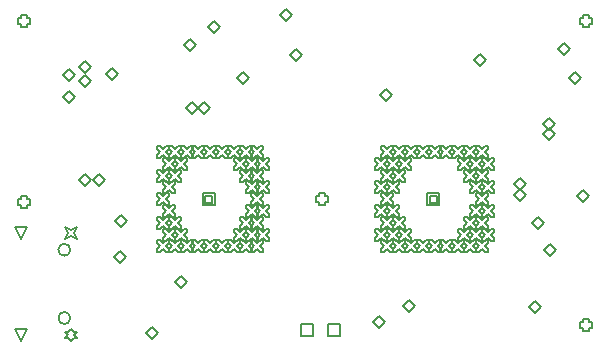
<source format=gbr>
G04*
G04 #@! TF.GenerationSoftware,Altium Limited,Altium Designer,25.2.1 (25)*
G04*
G04 Layer_Color=2752767*
%FSLAX25Y25*%
%MOIN*%
G70*
G04*
G04 #@! TF.SameCoordinates,44C634AB-46FA-46F5-9040-7CAB15AB579A*
G04*
G04*
G04 #@! TF.FilePolarity,Positive*
G04*
G01*
G75*
%ADD81C,0.00500*%
%ADD82C,0.00667*%
D81*
X86368Y-87099D02*
Y-83099D01*
X90368D01*
Y-87099D01*
X86368D01*
X77313D02*
Y-83099D01*
X81313D01*
Y-87099D01*
X77313D01*
X-15916Y-54715D02*
X-17916Y-50715D01*
X-13916D01*
X-15916Y-54715D01*
X-1459D02*
X-459Y-52715D01*
X-1459Y-50715D01*
X541Y-51715D01*
X2541Y-50715D01*
X1541Y-52715D01*
X2541Y-54715D01*
X541Y-53715D01*
X-1459Y-54715D01*
X541Y-88731D02*
X1541Y-87731D01*
X2541D01*
X1541Y-86731D01*
X2541Y-85731D01*
X1541D01*
X541Y-84731D01*
X-459Y-85731D01*
X-1459D01*
X-459Y-86731D01*
X-1459Y-87731D01*
X-459D01*
X541Y-88731D01*
X-15916D02*
X-17916Y-84731D01*
X-13916D01*
X-15916Y-88731D01*
X119402Y-43500D02*
Y-39500D01*
X123402D01*
Y-43500D01*
X119402D01*
X120202Y-42700D02*
Y-40300D01*
X122602D01*
Y-42700D01*
X120202D01*
X44598Y-43500D02*
Y-39500D01*
X48598D01*
Y-43500D01*
X44598D01*
X45398Y-42700D02*
Y-40300D01*
X47798D01*
Y-42700D01*
X45398D01*
X171500Y-84500D02*
Y-85500D01*
X173500D01*
Y-84500D01*
X174500D01*
Y-82500D01*
X173500D01*
Y-81500D01*
X171500D01*
Y-82500D01*
X170500D01*
Y-84500D01*
X171500D01*
Y17000D02*
Y16000D01*
X173500D01*
Y17000D01*
X174500D01*
Y19000D01*
X173500D01*
Y20000D01*
X171500D01*
Y19000D01*
X170500D01*
Y17000D01*
X171500D01*
X-16000Y-43500D02*
Y-44500D01*
X-14000D01*
Y-43500D01*
X-13000D01*
Y-41500D01*
X-14000D01*
Y-40500D01*
X-16000D01*
Y-41500D01*
X-17000D01*
Y-43500D01*
X-16000D01*
X83500Y-42500D02*
Y-43500D01*
X85500D01*
Y-42500D01*
X86500D01*
Y-40500D01*
X85500D01*
Y-39500D01*
X83500D01*
Y-40500D01*
X82500D01*
Y-42500D01*
X83500D01*
X-16000Y17000D02*
Y16000D01*
X-14000D01*
Y17000D01*
X-13000D01*
Y19000D01*
X-14000D01*
Y20000D01*
X-16000D01*
Y19000D01*
X-17000D01*
Y17000D01*
X-16000D01*
X12263Y270D02*
X14263Y2270D01*
X16263Y270D01*
X14263Y-1730D01*
X12263Y270D01*
X73562Y6409D02*
X75562Y8409D01*
X77562Y6409D01*
X75562Y4409D01*
X73562Y6409D01*
X43000Y-11000D02*
X45000Y-9000D01*
X47000Y-11000D01*
X45000Y-13000D01*
X43000Y-11000D01*
X35500Y-69000D02*
X37500Y-67000D01*
X39500Y-69000D01*
X37500Y-71000D01*
X35500Y-69000D01*
X163000Y8500D02*
X165000Y10500D01*
X167000Y8500D01*
X165000Y6500D01*
X163000Y8500D01*
X46500Y15819D02*
X48500Y17819D01*
X50500Y15819D01*
X48500Y13819D01*
X46500Y15819D01*
X14842Y-60658D02*
X16842Y-58657D01*
X18843Y-60658D01*
X16842Y-62657D01*
X14842Y-60658D01*
X39000Y-11000D02*
X41000Y-9000D01*
X43000Y-11000D01*
X41000Y-13000D01*
X39000Y-11000D01*
X29335Y-59220D02*
X30335D01*
X31335Y-58220D01*
X32335Y-59220D01*
X33335D01*
Y-58220D01*
X32335Y-57220D01*
X33335Y-56220D01*
Y-55220D01*
X32335D01*
X31335Y-56220D01*
X30335Y-55220D01*
X29335D01*
Y-56220D01*
X30335Y-57220D01*
X29335Y-58220D01*
Y-59220D01*
X31303Y-55283D02*
X32303D01*
X33303Y-54283D01*
X34303Y-55283D01*
X35303D01*
Y-54283D01*
X34303Y-53283D01*
X35303Y-52283D01*
Y-51283D01*
X34303D01*
X33303Y-52283D01*
X32303Y-51283D01*
X31303D01*
Y-52283D01*
X32303Y-53283D01*
X31303Y-54283D01*
Y-55283D01*
X29335Y-51346D02*
X30335D01*
X31335Y-50346D01*
X32335Y-51346D01*
X33335D01*
Y-50346D01*
X32335Y-49346D01*
X33335Y-48346D01*
Y-47346D01*
X32335D01*
X31335Y-48346D01*
X30335Y-47346D01*
X29335D01*
Y-48346D01*
X30335Y-49346D01*
X29335Y-50346D01*
Y-51346D01*
X31303Y-47409D02*
X32303D01*
X33303Y-46409D01*
X34303Y-47409D01*
X35303D01*
Y-46409D01*
X34303Y-45409D01*
X35303Y-44409D01*
Y-43409D01*
X34303D01*
X33303Y-44409D01*
X32303Y-43409D01*
X31303D01*
Y-44409D01*
X32303Y-45409D01*
X31303Y-46409D01*
Y-47409D01*
X29335Y-43472D02*
X30335D01*
X31335Y-42472D01*
X32335Y-43472D01*
X33335D01*
Y-42472D01*
X32335Y-41472D01*
X33335Y-40472D01*
Y-39472D01*
X32335D01*
X31335Y-40472D01*
X30335Y-39472D01*
X29335D01*
Y-40472D01*
X30335Y-41472D01*
X29335Y-42472D01*
Y-43472D01*
X31303Y-39535D02*
X32303D01*
X33303Y-38535D01*
X34303Y-39535D01*
X35303D01*
Y-38535D01*
X34303Y-37535D01*
X35303Y-36535D01*
Y-35535D01*
X34303D01*
X33303Y-36535D01*
X32303Y-35535D01*
X31303D01*
Y-36535D01*
X32303Y-37535D01*
X31303Y-38535D01*
Y-39535D01*
X29335Y-35598D02*
X30335D01*
X31335Y-34598D01*
X32335Y-35598D01*
X33335D01*
Y-34598D01*
X32335Y-33598D01*
X33335Y-32598D01*
Y-31598D01*
X32335D01*
X31335Y-32598D01*
X30335Y-31598D01*
X29335D01*
Y-32598D01*
X30335Y-33598D01*
X29335Y-34598D01*
Y-35598D01*
X31303Y-31661D02*
X32303D01*
X33303Y-30661D01*
X34303Y-31661D01*
X35303D01*
Y-30661D01*
X34303Y-29661D01*
X35303Y-28661D01*
Y-27661D01*
X34303D01*
X33303Y-28661D01*
X32303Y-27661D01*
X31303D01*
Y-28661D01*
X32303Y-29661D01*
X31303Y-30661D01*
Y-31661D01*
X29335Y-27724D02*
X30335D01*
X31335Y-26724D01*
X32335Y-27724D01*
X33335D01*
Y-26724D01*
X32335Y-25724D01*
X33335Y-24724D01*
Y-23724D01*
X32335D01*
X31335Y-24724D01*
X30335Y-23724D01*
X29335D01*
Y-24724D01*
X30335Y-25724D01*
X29335Y-26724D01*
Y-27724D01*
X33272Y-59220D02*
X34272D01*
X35272Y-58220D01*
X36272Y-59220D01*
X37272D01*
Y-58220D01*
X36272Y-57220D01*
X37272Y-56220D01*
Y-55220D01*
X36272D01*
X35272Y-56220D01*
X34272Y-55220D01*
X33272D01*
Y-56220D01*
X34272Y-57220D01*
X33272Y-58220D01*
Y-59220D01*
X35240Y-55283D02*
X36240D01*
X37240Y-54283D01*
X38240Y-55283D01*
X39240D01*
Y-54283D01*
X38240Y-53283D01*
X39240Y-52283D01*
Y-51283D01*
X38240D01*
X37240Y-52283D01*
X36240Y-51283D01*
X35240D01*
Y-52283D01*
X36240Y-53283D01*
X35240Y-54283D01*
Y-55283D01*
X33272Y-51346D02*
X34272D01*
X35272Y-50346D01*
X36272Y-51346D01*
X37272D01*
Y-50346D01*
X36272Y-49346D01*
X37272Y-48346D01*
Y-47346D01*
X36272D01*
X35272Y-48346D01*
X34272Y-47346D01*
X33272D01*
Y-48346D01*
X34272Y-49346D01*
X33272Y-50346D01*
Y-51346D01*
Y-35598D02*
X34272D01*
X35272Y-34598D01*
X36272Y-35598D01*
X37272D01*
Y-34598D01*
X36272Y-33598D01*
X37272Y-32598D01*
Y-31598D01*
X36272D01*
X35272Y-32598D01*
X34272Y-31598D01*
X33272D01*
Y-32598D01*
X34272Y-33598D01*
X33272Y-34598D01*
Y-35598D01*
X35240Y-31661D02*
X36240D01*
X37240Y-30661D01*
X38240Y-31661D01*
X39240D01*
Y-30661D01*
X38240Y-29661D01*
X39240Y-28661D01*
Y-27661D01*
X38240D01*
X37240Y-28661D01*
X36240Y-27661D01*
X35240D01*
Y-28661D01*
X36240Y-29661D01*
X35240Y-30661D01*
Y-31661D01*
X33272Y-27724D02*
X34272D01*
X35272Y-26724D01*
X36272Y-27724D01*
X37272D01*
Y-26724D01*
X36272Y-25724D01*
X37272Y-24724D01*
Y-23724D01*
X36272D01*
X35272Y-24724D01*
X34272Y-23724D01*
X33272D01*
Y-24724D01*
X34272Y-25724D01*
X33272Y-26724D01*
Y-27724D01*
X37209Y-59220D02*
X38209D01*
X39209Y-58220D01*
X40209Y-59220D01*
X41209D01*
Y-58220D01*
X40209Y-57220D01*
X41209Y-56220D01*
Y-55220D01*
X40209D01*
X39209Y-56220D01*
X38209Y-55220D01*
X37209D01*
Y-56220D01*
X38209Y-57220D01*
X37209Y-58220D01*
Y-59220D01*
Y-27724D02*
X38209D01*
X39209Y-26724D01*
X40209Y-27724D01*
X41209D01*
Y-26724D01*
X40209Y-25724D01*
X41209Y-24724D01*
Y-23724D01*
X40209D01*
X39209Y-24724D01*
X38209Y-23724D01*
X37209D01*
Y-24724D01*
X38209Y-25724D01*
X37209Y-26724D01*
Y-27724D01*
X41146Y-59220D02*
X42146D01*
X43146Y-58220D01*
X44146Y-59220D01*
X45146D01*
Y-58220D01*
X44146Y-57220D01*
X45146Y-56220D01*
Y-55220D01*
X44146D01*
X43146Y-56220D01*
X42146Y-55220D01*
X41146D01*
Y-56220D01*
X42146Y-57220D01*
X41146Y-58220D01*
Y-59220D01*
Y-27724D02*
X42146D01*
X43146Y-26724D01*
X44146Y-27724D01*
X45146D01*
Y-26724D01*
X44146Y-25724D01*
X45146Y-24724D01*
Y-23724D01*
X44146D01*
X43146Y-24724D01*
X42146Y-23724D01*
X41146D01*
Y-24724D01*
X42146Y-25724D01*
X41146Y-26724D01*
Y-27724D01*
X45083Y-59220D02*
X46083D01*
X47083Y-58220D01*
X48083Y-59220D01*
X49083D01*
Y-58220D01*
X48083Y-57220D01*
X49083Y-56220D01*
Y-55220D01*
X48083D01*
X47083Y-56220D01*
X46083Y-55220D01*
X45083D01*
Y-56220D01*
X46083Y-57220D01*
X45083Y-58220D01*
Y-59220D01*
Y-27724D02*
X46083D01*
X47083Y-26724D01*
X48083Y-27724D01*
X49083D01*
Y-26724D01*
X48083Y-25724D01*
X49083Y-24724D01*
Y-23724D01*
X48083D01*
X47083Y-24724D01*
X46083Y-23724D01*
X45083D01*
Y-24724D01*
X46083Y-25724D01*
X45083Y-26724D01*
Y-27724D01*
X49020Y-59220D02*
X50020D01*
X51020Y-58220D01*
X52020Y-59220D01*
X53020D01*
Y-58220D01*
X52020Y-57220D01*
X53020Y-56220D01*
Y-55220D01*
X52020D01*
X51020Y-56220D01*
X50020Y-55220D01*
X49020D01*
Y-56220D01*
X50020Y-57220D01*
X49020Y-58220D01*
Y-59220D01*
Y-27724D02*
X50020D01*
X51020Y-26724D01*
X52020Y-27724D01*
X53020D01*
Y-26724D01*
X52020Y-25724D01*
X53020Y-24724D01*
Y-23724D01*
X52020D01*
X51020Y-24724D01*
X50020Y-23724D01*
X49020D01*
Y-24724D01*
X50020Y-25724D01*
X49020Y-26724D01*
Y-27724D01*
X52957Y-59220D02*
X53957D01*
X54957Y-58220D01*
X55957Y-59220D01*
X56957D01*
Y-58220D01*
X55957Y-57220D01*
X56957Y-56220D01*
Y-55220D01*
X55957D01*
X54957Y-56220D01*
X53957Y-55220D01*
X52957D01*
Y-56220D01*
X53957Y-57220D01*
X52957Y-58220D01*
Y-59220D01*
X54925Y-55283D02*
X55925D01*
X56925Y-54283D01*
X57925Y-55283D01*
X58925D01*
Y-54283D01*
X57925Y-53283D01*
X58925Y-52283D01*
Y-51283D01*
X57925D01*
X56925Y-52283D01*
X55925Y-51283D01*
X54925D01*
Y-52283D01*
X55925Y-53283D01*
X54925Y-54283D01*
Y-55283D01*
Y-31661D02*
X55925D01*
X56925Y-30661D01*
X57925Y-31661D01*
X58925D01*
Y-30661D01*
X57925Y-29661D01*
X58925Y-28661D01*
Y-27661D01*
X57925D01*
X56925Y-28661D01*
X55925Y-27661D01*
X54925D01*
Y-28661D01*
X55925Y-29661D01*
X54925Y-30661D01*
Y-31661D01*
X52957Y-27724D02*
X53957D01*
X54957Y-26724D01*
X55957Y-27724D01*
X56957D01*
Y-26724D01*
X55957Y-25724D01*
X56957Y-24724D01*
Y-23724D01*
X55957D01*
X54957Y-24724D01*
X53957Y-23724D01*
X52957D01*
Y-24724D01*
X53957Y-25724D01*
X52957Y-26724D01*
Y-27724D01*
X56894Y-59220D02*
X57894D01*
X58894Y-58220D01*
X59894Y-59220D01*
X60894D01*
Y-58220D01*
X59894Y-57220D01*
X60894Y-56220D01*
Y-55220D01*
X59894D01*
X58894Y-56220D01*
X57894Y-55220D01*
X56894D01*
Y-56220D01*
X57894Y-57220D01*
X56894Y-58220D01*
Y-59220D01*
X58862Y-55283D02*
X59862D01*
X60862Y-54283D01*
X61862Y-55283D01*
X62862D01*
Y-54283D01*
X61862Y-53283D01*
X62862Y-52283D01*
Y-51283D01*
X61862D01*
X60862Y-52283D01*
X59862Y-51283D01*
X58862D01*
Y-52283D01*
X59862Y-53283D01*
X58862Y-54283D01*
Y-55283D01*
X56894Y-51346D02*
X57894D01*
X58894Y-50346D01*
X59894Y-51346D01*
X60894D01*
Y-50346D01*
X59894Y-49346D01*
X60894Y-48346D01*
Y-47346D01*
X59894D01*
X58894Y-48346D01*
X57894Y-47346D01*
X56894D01*
Y-48346D01*
X57894Y-49346D01*
X56894Y-50346D01*
Y-51346D01*
X58862Y-47409D02*
X59862D01*
X60862Y-46409D01*
X61862Y-47409D01*
X62862D01*
Y-46409D01*
X61862Y-45409D01*
X62862Y-44409D01*
Y-43409D01*
X61862D01*
X60862Y-44409D01*
X59862Y-43409D01*
X58862D01*
Y-44409D01*
X59862Y-45409D01*
X58862Y-46409D01*
Y-47409D01*
Y-39535D02*
X59862D01*
X60862Y-38535D01*
X61862Y-39535D01*
X62862D01*
Y-38535D01*
X61862Y-37535D01*
X62862Y-36535D01*
Y-35535D01*
X61862D01*
X60862Y-36535D01*
X59862Y-35535D01*
X58862D01*
Y-36535D01*
X59862Y-37535D01*
X58862Y-38535D01*
Y-39535D01*
X56894Y-35598D02*
X57894D01*
X58894Y-34598D01*
X59894Y-35598D01*
X60894D01*
Y-34598D01*
X59894Y-33598D01*
X60894Y-32598D01*
Y-31598D01*
X59894D01*
X58894Y-32598D01*
X57894Y-31598D01*
X56894D01*
Y-32598D01*
X57894Y-33598D01*
X56894Y-34598D01*
Y-35598D01*
X58862Y-31661D02*
X59862D01*
X60862Y-30661D01*
X61862Y-31661D01*
X62862D01*
Y-30661D01*
X61862Y-29661D01*
X62862Y-28661D01*
Y-27661D01*
X61862D01*
X60862Y-28661D01*
X59862Y-27661D01*
X58862D01*
Y-28661D01*
X59862Y-29661D01*
X58862Y-30661D01*
Y-31661D01*
X56894Y-27724D02*
X57894D01*
X58894Y-26724D01*
X59894Y-27724D01*
X60894D01*
Y-26724D01*
X59894Y-25724D01*
X60894Y-24724D01*
Y-23724D01*
X59894D01*
X58894Y-24724D01*
X57894Y-23724D01*
X56894D01*
Y-24724D01*
X57894Y-25724D01*
X56894Y-26724D01*
Y-27724D01*
X60831Y-59220D02*
X61831D01*
X62831Y-58220D01*
X63831Y-59220D01*
X64831D01*
Y-58220D01*
X63831Y-57220D01*
X64831Y-56220D01*
Y-55220D01*
X63831D01*
X62831Y-56220D01*
X61831Y-55220D01*
X60831D01*
Y-56220D01*
X61831Y-57220D01*
X60831Y-58220D01*
Y-59220D01*
X62799Y-55283D02*
X63799D01*
X64799Y-54283D01*
X65799Y-55283D01*
X66799D01*
Y-54283D01*
X65799Y-53283D01*
X66799Y-52283D01*
Y-51283D01*
X65799D01*
X64799Y-52283D01*
X63799Y-51283D01*
X62799D01*
Y-52283D01*
X63799Y-53283D01*
X62799Y-54283D01*
Y-55283D01*
X60831Y-51346D02*
X61831D01*
X62831Y-50346D01*
X63831Y-51346D01*
X64831D01*
Y-50346D01*
X63831Y-49346D01*
X64831Y-48346D01*
Y-47346D01*
X63831D01*
X62831Y-48346D01*
X61831Y-47346D01*
X60831D01*
Y-48346D01*
X61831Y-49346D01*
X60831Y-50346D01*
Y-51346D01*
X62799Y-47409D02*
X63799D01*
X64799Y-46409D01*
X65799Y-47409D01*
X66799D01*
Y-46409D01*
X65799Y-45409D01*
X66799Y-44409D01*
Y-43409D01*
X65799D01*
X64799Y-44409D01*
X63799Y-43409D01*
X62799D01*
Y-44409D01*
X63799Y-45409D01*
X62799Y-46409D01*
Y-47409D01*
X60831Y-43472D02*
X61831D01*
X62831Y-42472D01*
X63831Y-43472D01*
X64831D01*
Y-42472D01*
X63831Y-41472D01*
X64831Y-40472D01*
Y-39472D01*
X63831D01*
X62831Y-40472D01*
X61831Y-39472D01*
X60831D01*
Y-40472D01*
X61831Y-41472D01*
X60831Y-42472D01*
Y-43472D01*
X62799Y-39535D02*
X63799D01*
X64799Y-38535D01*
X65799Y-39535D01*
X66799D01*
Y-38535D01*
X65799Y-37535D01*
X66799Y-36535D01*
Y-35535D01*
X65799D01*
X64799Y-36535D01*
X63799Y-35535D01*
X62799D01*
Y-36535D01*
X63799Y-37535D01*
X62799Y-38535D01*
Y-39535D01*
X60831Y-35598D02*
X61831D01*
X62831Y-34598D01*
X63831Y-35598D01*
X64831D01*
Y-34598D01*
X63831Y-33598D01*
X64831Y-32598D01*
Y-31598D01*
X63831D01*
X62831Y-32598D01*
X61831Y-31598D01*
X60831D01*
Y-32598D01*
X61831Y-33598D01*
X60831Y-34598D01*
Y-35598D01*
X62799Y-31661D02*
X63799D01*
X64799Y-30661D01*
X65799Y-31661D01*
X66799D01*
Y-30661D01*
X65799Y-29661D01*
X66799Y-28661D01*
Y-27661D01*
X65799D01*
X64799Y-28661D01*
X63799Y-27661D01*
X62799D01*
Y-28661D01*
X63799Y-29661D01*
X62799Y-30661D01*
Y-31661D01*
X60831Y-27724D02*
X61831D01*
X62831Y-26724D01*
X63831Y-27724D01*
X64831D01*
Y-26724D01*
X63831Y-25724D01*
X64831Y-24724D01*
Y-23724D01*
X63831D01*
X62831Y-24724D01*
X61831Y-23724D01*
X60831D01*
Y-24724D01*
X61831Y-25724D01*
X60831Y-26724D01*
Y-27724D01*
X102170Y-55283D02*
X103170D01*
X104169Y-54283D01*
X105169Y-55283D01*
X106169D01*
Y-54283D01*
X105169Y-53283D01*
X106169Y-52283D01*
Y-51283D01*
X105169D01*
X104169Y-52283D01*
X103170Y-51283D01*
X102170D01*
Y-52283D01*
X103170Y-53283D01*
X102170Y-54283D01*
Y-55283D01*
Y-47409D02*
X103170D01*
X104169Y-46409D01*
X105169Y-47409D01*
X106169D01*
Y-46409D01*
X105169Y-45409D01*
X106169Y-44409D01*
Y-43409D01*
X105169D01*
X104169Y-44409D01*
X103170Y-43409D01*
X102170D01*
Y-44409D01*
X103170Y-45409D01*
X102170Y-46409D01*
Y-47409D01*
Y-39535D02*
X103170D01*
X104169Y-38535D01*
X105169Y-39535D01*
X106169D01*
Y-38535D01*
X105169Y-37535D01*
X106169Y-36535D01*
Y-35535D01*
X105169D01*
X104169Y-36535D01*
X103170Y-35535D01*
X102170D01*
Y-36535D01*
X103170Y-37535D01*
X102170Y-38535D01*
Y-39535D01*
Y-31661D02*
X103170D01*
X104169Y-30661D01*
X105169Y-31661D01*
X106169D01*
Y-30661D01*
X105169Y-29661D01*
X106169Y-28661D01*
Y-27661D01*
X105169D01*
X104169Y-28661D01*
X103170Y-27661D01*
X102170D01*
Y-28661D01*
X103170Y-29661D01*
X102170Y-30661D01*
Y-31661D01*
X104138Y-59220D02*
X105138D01*
X106138Y-58220D01*
X107138Y-59220D01*
X108138D01*
Y-58220D01*
X107138Y-57220D01*
X108138Y-56220D01*
Y-55220D01*
X107138D01*
X106138Y-56220D01*
X105138Y-55220D01*
X104138D01*
Y-56220D01*
X105138Y-57220D01*
X104138Y-58220D01*
Y-59220D01*
X106106Y-55283D02*
X107106D01*
X108107Y-54283D01*
X109107Y-55283D01*
X110107D01*
Y-54283D01*
X109107Y-53283D01*
X110107Y-52283D01*
Y-51283D01*
X109107D01*
X108107Y-52283D01*
X107106Y-51283D01*
X106106D01*
Y-52283D01*
X107106Y-53283D01*
X106106Y-54283D01*
Y-55283D01*
X104138Y-51346D02*
X105138D01*
X106138Y-50346D01*
X107138Y-51346D01*
X108138D01*
Y-50346D01*
X107138Y-49346D01*
X108138Y-48346D01*
Y-47346D01*
X107138D01*
X106138Y-48346D01*
X105138Y-47346D01*
X104138D01*
Y-48346D01*
X105138Y-49346D01*
X104138Y-50346D01*
Y-51346D01*
X106106Y-47409D02*
X107106D01*
X108107Y-46409D01*
X109107Y-47409D01*
X110107D01*
Y-46409D01*
X109107Y-45409D01*
X110107Y-44409D01*
Y-43409D01*
X109107D01*
X108107Y-44409D01*
X107106Y-43409D01*
X106106D01*
Y-44409D01*
X107106Y-45409D01*
X106106Y-46409D01*
Y-47409D01*
X104138Y-43472D02*
X105138D01*
X106138Y-42472D01*
X107138Y-43472D01*
X108138D01*
Y-42472D01*
X107138Y-41472D01*
X108138Y-40472D01*
Y-39472D01*
X107138D01*
X106138Y-40472D01*
X105138Y-39472D01*
X104138D01*
Y-40472D01*
X105138Y-41472D01*
X104138Y-42472D01*
Y-43472D01*
X106106Y-39535D02*
X107106D01*
X108107Y-38535D01*
X109107Y-39535D01*
X110107D01*
Y-38535D01*
X109107Y-37535D01*
X110107Y-36535D01*
Y-35535D01*
X109107D01*
X108107Y-36535D01*
X107106Y-35535D01*
X106106D01*
Y-36535D01*
X107106Y-37535D01*
X106106Y-38535D01*
Y-39535D01*
X104138Y-35598D02*
X105138D01*
X106138Y-34598D01*
X107138Y-35598D01*
X108138D01*
Y-34598D01*
X107138Y-33598D01*
X108138Y-32598D01*
Y-31598D01*
X107138D01*
X106138Y-32598D01*
X105138Y-31598D01*
X104138D01*
Y-32598D01*
X105138Y-33598D01*
X104138Y-34598D01*
Y-35598D01*
X106106Y-31661D02*
X107106D01*
X108107Y-30661D01*
X109107Y-31661D01*
X110107D01*
Y-30661D01*
X109107Y-29661D01*
X110107Y-28661D01*
Y-27661D01*
X109107D01*
X108107Y-28661D01*
X107106Y-27661D01*
X106106D01*
Y-28661D01*
X107106Y-29661D01*
X106106Y-30661D01*
Y-31661D01*
X104138Y-27724D02*
X105138D01*
X106138Y-26724D01*
X107138Y-27724D01*
X108138D01*
Y-26724D01*
X107138Y-25724D01*
X108138Y-24724D01*
Y-23724D01*
X107138D01*
X106138Y-24724D01*
X105138Y-23724D01*
X104138D01*
Y-24724D01*
X105138Y-25724D01*
X104138Y-26724D01*
Y-27724D01*
X108075Y-59220D02*
X109075D01*
X110075Y-58220D01*
X111075Y-59220D01*
X112075D01*
Y-58220D01*
X111075Y-57220D01*
X112075Y-56220D01*
Y-55220D01*
X111075D01*
X110075Y-56220D01*
X109075Y-55220D01*
X108075D01*
Y-56220D01*
X109075Y-57220D01*
X108075Y-58220D01*
Y-59220D01*
X110044Y-55283D02*
X111044D01*
X112043Y-54283D01*
X113043Y-55283D01*
X114043D01*
Y-54283D01*
X113043Y-53283D01*
X114043Y-52283D01*
Y-51283D01*
X113043D01*
X112043Y-52283D01*
X111044Y-51283D01*
X110044D01*
Y-52283D01*
X111044Y-53283D01*
X110044Y-54283D01*
Y-55283D01*
X108075Y-51346D02*
X109075D01*
X110075Y-50346D01*
X111075Y-51346D01*
X112075D01*
Y-50346D01*
X111075Y-49346D01*
X112075Y-48346D01*
Y-47346D01*
X111075D01*
X110075Y-48346D01*
X109075Y-47346D01*
X108075D01*
Y-48346D01*
X109075Y-49346D01*
X108075Y-50346D01*
Y-51346D01*
Y-35598D02*
X109075D01*
X110075Y-34598D01*
X111075Y-35598D01*
X112075D01*
Y-34598D01*
X111075Y-33598D01*
X112075Y-32598D01*
Y-31598D01*
X111075D01*
X110075Y-32598D01*
X109075Y-31598D01*
X108075D01*
Y-32598D01*
X109075Y-33598D01*
X108075Y-34598D01*
Y-35598D01*
X110044Y-31661D02*
X111044D01*
X112043Y-30661D01*
X113043Y-31661D01*
X114043D01*
Y-30661D01*
X113043Y-29661D01*
X114043Y-28661D01*
Y-27661D01*
X113043D01*
X112043Y-28661D01*
X111044Y-27661D01*
X110044D01*
Y-28661D01*
X111044Y-29661D01*
X110044Y-30661D01*
Y-31661D01*
X108075Y-27724D02*
X109075D01*
X110075Y-26724D01*
X111075Y-27724D01*
X112075D01*
Y-26724D01*
X111075Y-25724D01*
X112075Y-24724D01*
Y-23724D01*
X111075D01*
X110075Y-24724D01*
X109075Y-23724D01*
X108075D01*
Y-24724D01*
X109075Y-25724D01*
X108075Y-26724D01*
Y-27724D01*
X112012Y-59220D02*
X113012D01*
X114012Y-58220D01*
X115012Y-59220D01*
X116012D01*
Y-58220D01*
X115012Y-57220D01*
X116012Y-56220D01*
Y-55220D01*
X115012D01*
X114012Y-56220D01*
X113012Y-55220D01*
X112012D01*
Y-56220D01*
X113012Y-57220D01*
X112012Y-58220D01*
Y-59220D01*
Y-27724D02*
X113012D01*
X114012Y-26724D01*
X115012Y-27724D01*
X116012D01*
Y-26724D01*
X115012Y-25724D01*
X116012Y-24724D01*
Y-23724D01*
X115012D01*
X114012Y-24724D01*
X113012Y-23724D01*
X112012D01*
Y-24724D01*
X113012Y-25724D01*
X112012Y-26724D01*
Y-27724D01*
X115949Y-59220D02*
X116949D01*
X117949Y-58220D01*
X118949Y-59220D01*
X119949D01*
Y-58220D01*
X118949Y-57220D01*
X119949Y-56220D01*
Y-55220D01*
X118949D01*
X117949Y-56220D01*
X116949Y-55220D01*
X115949D01*
Y-56220D01*
X116949Y-57220D01*
X115949Y-58220D01*
Y-59220D01*
Y-27724D02*
X116949D01*
X117949Y-26724D01*
X118949Y-27724D01*
X119949D01*
Y-26724D01*
X118949Y-25724D01*
X119949Y-24724D01*
Y-23724D01*
X118949D01*
X117949Y-24724D01*
X116949Y-23724D01*
X115949D01*
Y-24724D01*
X116949Y-25724D01*
X115949Y-26724D01*
Y-27724D01*
X119886Y-59220D02*
X120886D01*
X121886Y-58220D01*
X122886Y-59220D01*
X123886D01*
Y-58220D01*
X122886Y-57220D01*
X123886Y-56220D01*
Y-55220D01*
X122886D01*
X121886Y-56220D01*
X120886Y-55220D01*
X119886D01*
Y-56220D01*
X120886Y-57220D01*
X119886Y-58220D01*
Y-59220D01*
Y-27724D02*
X120886D01*
X121886Y-26724D01*
X122886Y-27724D01*
X123886D01*
Y-26724D01*
X122886Y-25724D01*
X123886Y-24724D01*
Y-23724D01*
X122886D01*
X121886Y-24724D01*
X120886Y-23724D01*
X119886D01*
Y-24724D01*
X120886Y-25724D01*
X119886Y-26724D01*
Y-27724D01*
X123823Y-59220D02*
X124823D01*
X125823Y-58220D01*
X126823Y-59220D01*
X127823D01*
Y-58220D01*
X126823Y-57220D01*
X127823Y-56220D01*
Y-55220D01*
X126823D01*
X125823Y-56220D01*
X124823Y-55220D01*
X123823D01*
Y-56220D01*
X124823Y-57220D01*
X123823Y-58220D01*
Y-59220D01*
Y-27724D02*
X124823D01*
X125823Y-26724D01*
X126823Y-27724D01*
X127823D01*
Y-26724D01*
X126823Y-25724D01*
X127823Y-24724D01*
Y-23724D01*
X126823D01*
X125823Y-24724D01*
X124823Y-23724D01*
X123823D01*
Y-24724D01*
X124823Y-25724D01*
X123823Y-26724D01*
Y-27724D01*
X127760Y-59220D02*
X128760D01*
X129760Y-58220D01*
X130760Y-59220D01*
X131760D01*
Y-58220D01*
X130760Y-57220D01*
X131760Y-56220D01*
Y-55220D01*
X130760D01*
X129760Y-56220D01*
X128760Y-55220D01*
X127760D01*
Y-56220D01*
X128760Y-57220D01*
X127760Y-58220D01*
Y-59220D01*
X129729Y-55283D02*
X130729D01*
X131729Y-54283D01*
X132729Y-55283D01*
X133729D01*
Y-54283D01*
X132729Y-53283D01*
X133729Y-52283D01*
Y-51283D01*
X132729D01*
X131729Y-52283D01*
X130729Y-51283D01*
X129729D01*
Y-52283D01*
X130729Y-53283D01*
X129729Y-54283D01*
Y-55283D01*
Y-31661D02*
X130729D01*
X131729Y-30661D01*
X132729Y-31661D01*
X133729D01*
Y-30661D01*
X132729Y-29661D01*
X133729Y-28661D01*
Y-27661D01*
X132729D01*
X131729Y-28661D01*
X130729Y-27661D01*
X129729D01*
Y-28661D01*
X130729Y-29661D01*
X129729Y-30661D01*
Y-31661D01*
X127760Y-27724D02*
X128760D01*
X129760Y-26724D01*
X130760Y-27724D01*
X131760D01*
Y-26724D01*
X130760Y-25724D01*
X131760Y-24724D01*
Y-23724D01*
X130760D01*
X129760Y-24724D01*
X128760Y-23724D01*
X127760D01*
Y-24724D01*
X128760Y-25724D01*
X127760Y-26724D01*
Y-27724D01*
X131697Y-59220D02*
X132697D01*
X133697Y-58220D01*
X134697Y-59220D01*
X135697D01*
Y-58220D01*
X134697Y-57220D01*
X135697Y-56220D01*
Y-55220D01*
X134697D01*
X133697Y-56220D01*
X132697Y-55220D01*
X131697D01*
Y-56220D01*
X132697Y-57220D01*
X131697Y-58220D01*
Y-59220D01*
X133666Y-55283D02*
X134666D01*
X135666Y-54283D01*
X136666Y-55283D01*
X137666D01*
Y-54283D01*
X136666Y-53283D01*
X137666Y-52283D01*
Y-51283D01*
X136666D01*
X135666Y-52283D01*
X134666Y-51283D01*
X133666D01*
Y-52283D01*
X134666Y-53283D01*
X133666Y-54283D01*
Y-55283D01*
X131697Y-51346D02*
X132697D01*
X133697Y-50346D01*
X134697Y-51346D01*
X135697D01*
Y-50346D01*
X134697Y-49346D01*
X135697Y-48346D01*
Y-47346D01*
X134697D01*
X133697Y-48346D01*
X132697Y-47346D01*
X131697D01*
Y-48346D01*
X132697Y-49346D01*
X131697Y-50346D01*
Y-51346D01*
X133666Y-47409D02*
X134666D01*
X135666Y-46409D01*
X136666Y-47409D01*
X137666D01*
Y-46409D01*
X136666Y-45409D01*
X137666Y-44409D01*
Y-43409D01*
X136666D01*
X135666Y-44409D01*
X134666Y-43409D01*
X133666D01*
Y-44409D01*
X134666Y-45409D01*
X133666Y-46409D01*
Y-47409D01*
Y-39535D02*
X134666D01*
X135666Y-38535D01*
X136666Y-39535D01*
X137666D01*
Y-38535D01*
X136666Y-37535D01*
X137666Y-36535D01*
Y-35535D01*
X136666D01*
X135666Y-36535D01*
X134666Y-35535D01*
X133666D01*
Y-36535D01*
X134666Y-37535D01*
X133666Y-38535D01*
Y-39535D01*
X131697Y-35598D02*
X132697D01*
X133697Y-34598D01*
X134697Y-35598D01*
X135697D01*
Y-34598D01*
X134697Y-33598D01*
X135697Y-32598D01*
Y-31598D01*
X134697D01*
X133697Y-32598D01*
X132697Y-31598D01*
X131697D01*
Y-32598D01*
X132697Y-33598D01*
X131697Y-34598D01*
Y-35598D01*
X133666Y-31661D02*
X134666D01*
X135666Y-30661D01*
X136666Y-31661D01*
X137666D01*
Y-30661D01*
X136666Y-29661D01*
X137666Y-28661D01*
Y-27661D01*
X136666D01*
X135666Y-28661D01*
X134666Y-27661D01*
X133666D01*
Y-28661D01*
X134666Y-29661D01*
X133666Y-30661D01*
Y-31661D01*
X131697Y-27724D02*
X132697D01*
X133697Y-26724D01*
X134697Y-27724D01*
X135697D01*
Y-26724D01*
X134697Y-25724D01*
X135697Y-24724D01*
Y-23724D01*
X134697D01*
X133697Y-24724D01*
X132697Y-23724D01*
X131697D01*
Y-24724D01*
X132697Y-25724D01*
X131697Y-26724D01*
Y-27724D01*
X135634Y-59220D02*
X136634D01*
X137634Y-58220D01*
X138634Y-59220D01*
X139634D01*
Y-58220D01*
X138634Y-57220D01*
X139634Y-56220D01*
Y-55220D01*
X138634D01*
X137634Y-56220D01*
X136634Y-55220D01*
X135634D01*
Y-56220D01*
X136634Y-57220D01*
X135634Y-58220D01*
Y-59220D01*
X137603Y-55283D02*
X138603D01*
X139603Y-54283D01*
X140603Y-55283D01*
X141603D01*
Y-54283D01*
X140603Y-53283D01*
X141603Y-52283D01*
Y-51283D01*
X140603D01*
X139603Y-52283D01*
X138603Y-51283D01*
X137603D01*
Y-52283D01*
X138603Y-53283D01*
X137603Y-54283D01*
Y-55283D01*
X135634Y-51346D02*
X136634D01*
X137634Y-50346D01*
X138634Y-51346D01*
X139634D01*
Y-50346D01*
X138634Y-49346D01*
X139634Y-48346D01*
Y-47346D01*
X138634D01*
X137634Y-48346D01*
X136634Y-47346D01*
X135634D01*
Y-48346D01*
X136634Y-49346D01*
X135634Y-50346D01*
Y-51346D01*
X137603Y-47409D02*
X138603D01*
X139603Y-46409D01*
X140603Y-47409D01*
X141603D01*
Y-46409D01*
X140603Y-45409D01*
X141603Y-44409D01*
Y-43409D01*
X140603D01*
X139603Y-44409D01*
X138603Y-43409D01*
X137603D01*
Y-44409D01*
X138603Y-45409D01*
X137603Y-46409D01*
Y-47409D01*
X135634Y-43472D02*
X136634D01*
X137634Y-42472D01*
X138634Y-43472D01*
X139634D01*
Y-42472D01*
X138634Y-41472D01*
X139634Y-40472D01*
Y-39472D01*
X138634D01*
X137634Y-40472D01*
X136634Y-39472D01*
X135634D01*
Y-40472D01*
X136634Y-41472D01*
X135634Y-42472D01*
Y-43472D01*
X137603Y-39535D02*
X138603D01*
X139603Y-38535D01*
X140603Y-39535D01*
X141603D01*
Y-38535D01*
X140603Y-37535D01*
X141603Y-36535D01*
Y-35535D01*
X140603D01*
X139603Y-36535D01*
X138603Y-35535D01*
X137603D01*
Y-36535D01*
X138603Y-37535D01*
X137603Y-38535D01*
Y-39535D01*
X135634Y-35598D02*
X136634D01*
X137634Y-34598D01*
X138634Y-35598D01*
X139634D01*
Y-34598D01*
X138634Y-33598D01*
X139634Y-32598D01*
Y-31598D01*
X138634D01*
X137634Y-32598D01*
X136634Y-31598D01*
X135634D01*
Y-32598D01*
X136634Y-33598D01*
X135634Y-34598D01*
Y-35598D01*
X137603Y-31661D02*
X138603D01*
X139603Y-30661D01*
X140603Y-31661D01*
X141603D01*
Y-30661D01*
X140603Y-29661D01*
X141603Y-28661D01*
Y-27661D01*
X140603D01*
X139603Y-28661D01*
X138603Y-27661D01*
X137603D01*
Y-28661D01*
X138603Y-29661D01*
X137603Y-30661D01*
Y-31661D01*
X135634Y-27724D02*
X136634D01*
X137634Y-26724D01*
X138634Y-27724D01*
X139634D01*
Y-26724D01*
X138634Y-25724D01*
X139634Y-24724D01*
Y-23724D01*
X138634D01*
X137634Y-24724D01*
X136634Y-23724D01*
X135634D01*
Y-24724D01*
X136634Y-25724D01*
X135634Y-26724D01*
Y-27724D01*
X56000Y-1000D02*
X58000Y1000D01*
X60000Y-1000D01*
X58000Y-3000D01*
X56000Y-1000D01*
X101500Y-82500D02*
X103500Y-80500D01*
X105500Y-82500D01*
X103500Y-84500D01*
X101500Y-82500D01*
X70239Y19819D02*
X72239Y21819D01*
X74239Y19819D01*
X72239Y17819D01*
X70239Y19819D01*
X169500Y-40500D02*
X171500Y-38500D01*
X173500Y-40500D01*
X171500Y-42500D01*
X169500Y-40500D01*
X111500Y-77000D02*
X113500Y-75000D01*
X115500Y-77000D01*
X113500Y-79000D01*
X111500Y-77000D01*
X38500Y10000D02*
X40500Y12000D01*
X42500Y10000D01*
X40500Y8000D01*
X38500Y10000D01*
X153500Y-77500D02*
X155500Y-75500D01*
X157500Y-77500D01*
X155500Y-79500D01*
X153500Y-77500D01*
X-2000Y0D02*
X0Y2000D01*
X2000Y0D01*
X0Y-2000D01*
X-2000Y0D01*
X3500Y-2000D02*
X5500Y0D01*
X7500Y-2000D01*
X5500Y-4000D01*
X3500Y-2000D01*
Y2500D02*
X5500Y4500D01*
X7500Y2500D01*
X5500Y500D01*
X3500Y2500D01*
X158000Y-16500D02*
X160000Y-14500D01*
X162000Y-16500D01*
X160000Y-18500D01*
X158000Y-16500D01*
X158500Y-58500D02*
X160500Y-56500D01*
X162500Y-58500D01*
X160500Y-60500D01*
X158500Y-58500D01*
X148500Y-40000D02*
X150500Y-38000D01*
X152500Y-40000D01*
X150500Y-42000D01*
X148500Y-40000D01*
Y-36500D02*
X150500Y-34500D01*
X152500Y-36500D01*
X150500Y-38500D01*
X148500Y-36500D01*
X8000Y-35000D02*
X10000Y-33000D01*
X12000Y-35000D01*
X10000Y-37000D01*
X8000Y-35000D01*
X3500D02*
X5500Y-33000D01*
X7500Y-35000D01*
X5500Y-37000D01*
X3500Y-35000D01*
X25751Y-86091D02*
X27751Y-84091D01*
X29751Y-86091D01*
X27751Y-88091D01*
X25751Y-86091D01*
X103791Y-6626D02*
X105791Y-4626D01*
X107791Y-6626D01*
X105791Y-8626D01*
X103791Y-6626D01*
X166591Y-1015D02*
X168591Y985D01*
X170591Y-1015D01*
X168591Y-3015D01*
X166591Y-1015D01*
X135000Y5000D02*
X137000Y7000D01*
X139000Y5000D01*
X137000Y3000D01*
X135000Y5000D01*
X-2000Y-7500D02*
X0Y-5500D01*
X2000Y-7500D01*
X0Y-9500D01*
X-2000Y-7500D01*
X15330Y-48830D02*
X17330Y-46830D01*
X19330Y-48830D01*
X17330Y-50830D01*
X15330Y-48830D01*
X154500Y-49500D02*
X156500Y-47500D01*
X158500Y-49500D01*
X156500Y-51500D01*
X154500Y-49500D01*
X157880Y-19880D02*
X159880Y-17880D01*
X161880Y-19880D01*
X159880Y-21880D01*
X157880Y-19880D01*
D82*
X454Y-81101D02*
G03*
X454Y-81101I-2000J0D01*
G01*
Y-58345D02*
G03*
X454Y-58345I-2000J0D01*
G01*
M02*

</source>
